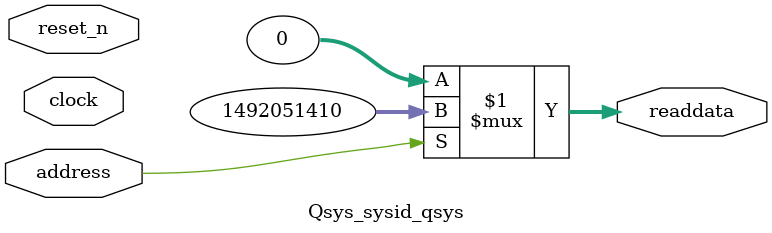
<source format=v>



// synthesis translate_off
`timescale 1ns / 1ps
// synthesis translate_on

// turn off superfluous verilog processor warnings 
// altera message_level Level1 
// altera message_off 10034 10035 10036 10037 10230 10240 10030 

module Qsys_sysid_qsys (
               // inputs:
                address,
                clock,
                reset_n,

               // outputs:
                readdata
             )
;

  output  [ 31: 0] readdata;
  input            address;
  input            clock;
  input            reset_n;

  wire    [ 31: 0] readdata;
  //control_slave, which is an e_avalon_slave
  assign readdata = address ? 1492051410 : 0;

endmodule



</source>
